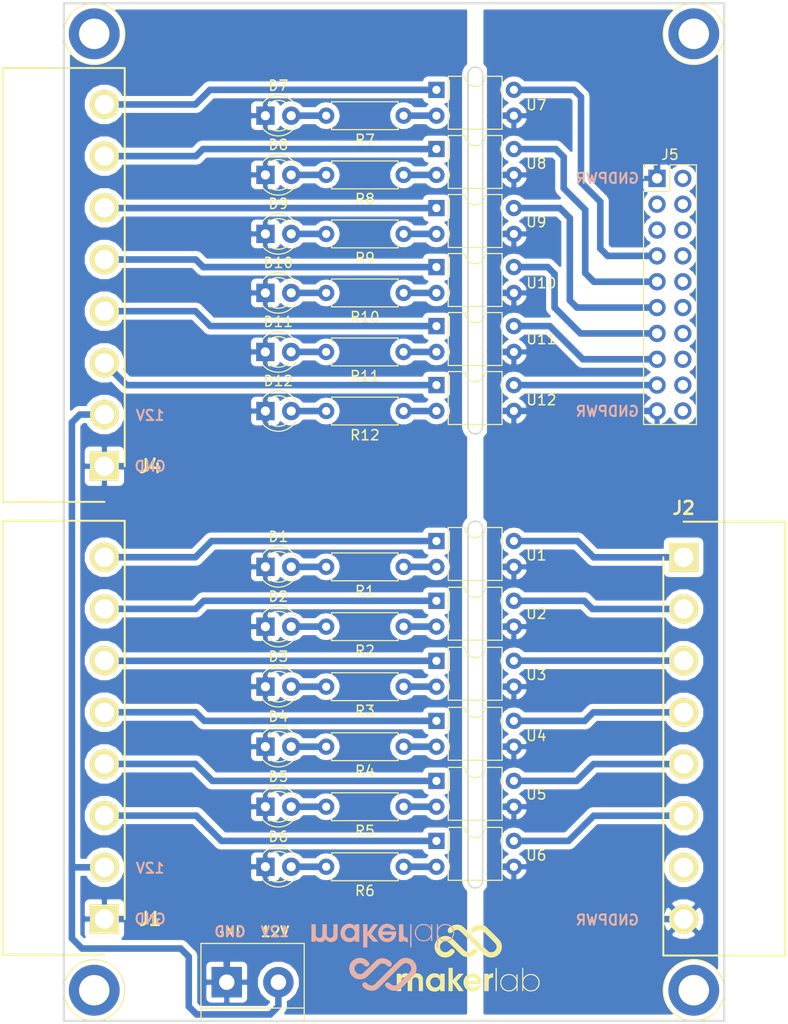
<source format=kicad_pcb>
(kicad_pcb (version 20171130) (host pcbnew "(5.0.0-3-g5ebb6b6)")
  (layers (0 F.Cu signal) (31 B.Cu signal) (34 B.Paste user hide) (35 F.Paste user hide) (36 B.SilkS user) (37 F.SilkS user) (38 B.Mask user) (39 F.Mask user hide) (44 Edge.Cuts user))
  (net 0 "")
  (net 1 "Net-(D1-Pad2)")
  (net 2 GND)
  (net 3 "Net-(D2-Pad2)")
  (net 4 "Net-(D3-Pad2)")
  (net 5 "Net-(D4-Pad2)")
  (net 6 "Net-(D5-Pad2)")
  (net 7 "Net-(D6-Pad2)")
  (net 8 "Net-(D7-Pad2)")
  (net 9 "Net-(D8-Pad2)")
  (net 10 "Net-(D9-Pad2)")
  (net 11 "Net-(D10-Pad2)")
  (net 12 "Net-(D11-Pad2)")
  (net 13 "Net-(D12-Pad2)")
  (net 14 +12V)
  (net 15 SIG6)
  (net 16 SIG5)
  (net 17 SIG4)
  (net 18 SIG3)
  (net 19 SIG2)
  (net 20 SIG1)
  (net 21 CMD1)
  (net 22 CMD2)
  (net 23 CMD3)
  (net 24 CMD4)
  (net 25 CMD5)
  (net 26 CMD6)
  (net 27 GNDPWR)
  (net 28 SIG7)
  (net 29 SIG8)
  (net 30 SIG9)
  (net 31 SIG10)
  (net 32 SIG11)
  (net 33 SIG12)
  (net 34 "Net-(J5-Pad2)")
  (net 35 "Net-(J5-Pad3)")
  (net 36 CMD7)
  (net 37 CMD8)
  (net 38 CMD9)
  (net 39 CMD10)
  (net 40 CMD11)
  (net 41 CMD12)
  (net 42 "Net-(J5-Pad12)")
  (net 43 "Net-(J5-Pad14)")
  (net 44 "Net-(J5-Pad16)")
  (net 45 "Net-(J5-Pad18)")
  (net 46 "Net-(J5-Pad20)")
  (net 47 "Net-(R1-Pad1)")
  (net 48 "Net-(R2-Pad1)")
  (net 49 "Net-(R3-Pad1)")
  (net 50 "Net-(R4-Pad1)")
  (net 51 "Net-(R5-Pad1)")
  (net 52 "Net-(R6-Pad1)")
  (net 53 "Net-(R7-Pad1)")
  (net 54 "Net-(R8-Pad1)")
  (net 55 "Net-(R9-Pad1)")
  (net 56 "Net-(R10-Pad1)")
  (net 57 "Net-(R11-Pad1)")
  (net 58 "Net-(R12-Pad1)")
  (net 59 "Net-(J5-Pad4)")
  (net 60 "Net-(J5-Pad5)")
  (net 61 "Net-(J5-Pad6)")
  (net 62 "Net-(J5-Pad8)")
  (net 63 "Net-(J5-Pad10)")
  (net 64 "Net-(J2-Pad7)")
  (module "Logo in KiCAD:MAKERLAB_1500" (layer B.Cu) (at 76.4 123.8)
    (fp_text reference G*** hide)
    (fp_text value LOGO hide)
  )
  (module "Logo in KiCAD:MAKERLAB_1500" (layer F.Cu) (at 84.8 123.8)
    (fp_text reference G*** hide)
    (fp_text value LOGO hide)
  )
  (module LED_THT:LED_D3.0mm (layer F.Cu) (at 64.845 85.39)
    (fp_text reference D1 (at 1.27 -2.96) (layer F.SilkS))
    (fp_text value LED_ALT)
    (pad 2 thru_hole circle (at 2.54 0) (size 1.8 1.8) (drill 0.9) (layers *.Cu *.Mask) (net 1 "Net-(D1-Pad2)"))
    (pad 1 thru_hole rect (at 0 0) (size 1.8 1.8) (drill 0.9) (layers *.Cu *.Mask) (net 2 GND))
  )
  (module LED_THT:LED_D3.0mm (layer F.Cu) (at 64.845 91.265)
    (fp_text reference D2 (at 1.27 -2.96) (layer F.SilkS))
    (fp_text value LED_ALT)
    (pad 2 thru_hole circle (at 2.54 0) (size 1.8 1.8) (drill 0.9) (layers *.Cu *.Mask) (net 3 "Net-(D2-Pad2)"))
    (pad 1 thru_hole rect (at 0 0) (size 1.8 1.8) (drill 0.9) (layers *.Cu *.Mask) (net 2 GND))
  )
  (module LED_THT:LED_D3.0mm (layer F.Cu) (at 64.845 97.165)
    (fp_text reference D3 (at 1.27 -2.96) (layer F.SilkS))
    (fp_text value LED_ALT)
    (pad 2 thru_hole circle (at 2.54 0) (size 1.8 1.8) (drill 0.9) (layers *.Cu *.Mask) (net 4 "Net-(D3-Pad2)"))
    (pad 1 thru_hole rect (at 0 0) (size 1.8 1.8) (drill 0.9) (layers *.Cu *.Mask) (net 2 GND))
  )
  (module LED_THT:LED_D3.0mm (layer F.Cu) (at 64.845 103.065)
    (fp_text reference D4 (at 1.27 -2.96) (layer F.SilkS))
    (fp_text value LED_ALT)
    (pad 1 thru_hole rect (at 0 0) (size 1.8 1.8) (drill 0.9) (layers *.Cu *.Mask) (net 2 GND))
    (pad 2 thru_hole circle (at 2.54 0) (size 1.8 1.8) (drill 0.9) (layers *.Cu *.Mask) (net 5 "Net-(D4-Pad2)"))
  )
  (module LED_THT:LED_D3.0mm (layer F.Cu) (at 64.845 108.965)
    (fp_text reference D5 (at 1.27 -2.96) (layer F.SilkS))
    (fp_text value LED_ALT)
    (pad 1 thru_hole rect (at 0 0) (size 1.8 1.8) (drill 0.9) (layers *.Cu *.Mask) (net 2 GND))
    (pad 2 thru_hole circle (at 2.54 0) (size 1.8 1.8) (drill 0.9) (layers *.Cu *.Mask) (net 6 "Net-(D5-Pad2)"))
  )
  (module LED_THT:LED_D3.0mm (layer F.Cu) (at 64.845 114.865)
    (fp_text reference D6 (at 1.27 -2.96) (layer F.SilkS))
    (fp_text value LED_ALT)
    (pad 2 thru_hole circle (at 2.54 0) (size 1.8 1.8) (drill 0.9) (layers *.Cu *.Mask) (net 7 "Net-(D6-Pad2)"))
    (pad 1 thru_hole rect (at 0 0) (size 1.8 1.8) (drill 0.9) (layers *.Cu *.Mask) (net 2 GND))
  )
  (module LED_THT:LED_D3.0mm (layer F.Cu) (at 64.845 41.045)
    (fp_text reference D7 (at 1.27 -2.96) (layer F.SilkS))
    (fp_text value LED_ALT)
    (pad 1 thru_hole rect (at 0 0) (size 1.8 1.8) (drill 0.9) (layers *.Cu *.Mask) (net 2 GND))
    (pad 2 thru_hole circle (at 2.54 0) (size 1.8 1.8) (drill 0.9) (layers *.Cu *.Mask) (net 8 "Net-(D7-Pad2)"))
  )
  (module LED_THT:LED_D3.0mm (layer F.Cu) (at 64.845 46.865)
    (fp_text reference D8 (at 1.27 -2.96) (layer F.SilkS))
    (fp_text value LED_ALT)
    (pad 1 thru_hole rect (at 0 0) (size 1.8 1.8) (drill 0.9) (layers *.Cu *.Mask) (net 2 GND))
    (pad 2 thru_hole circle (at 2.54 0) (size 1.8 1.8) (drill 0.9) (layers *.Cu *.Mask) (net 9 "Net-(D8-Pad2)"))
  )
  (module LED_THT:LED_D3.0mm (layer F.Cu) (at 64.845 52.665)
    (fp_text reference D9 (at 1.27 -2.96) (layer F.SilkS))
    (fp_text value LED_ALT)
    (pad 2 thru_hole circle (at 2.54 0) (size 1.8 1.8) (drill 0.9) (layers *.Cu *.Mask) (net 10 "Net-(D9-Pad2)"))
    (pad 1 thru_hole rect (at 0 0) (size 1.8 1.8) (drill 0.9) (layers *.Cu *.Mask) (net 2 GND))
  )
  (module LED_THT:LED_D3.0mm (layer F.Cu) (at 64.845 58.465)
    (fp_text reference D10 (at 1.27 -2.96) (layer F.SilkS))
    (fp_text value LED_ALT)
    (pad 1 thru_hole rect (at 0 0) (size 1.8 1.8) (drill 0.9) (layers *.Cu *.Mask) (net 2 GND))
    (pad 2 thru_hole circle (at 2.54 0) (size 1.8 1.8) (drill 0.9) (layers *.Cu *.Mask) (net 11 "Net-(D10-Pad2)"))
  )
  (module LED_THT:LED_D3.0mm (layer F.Cu) (at 64.835 64.265)
    (fp_text reference D11 (at 1.27 -2.96) (layer F.SilkS))
    (fp_text value LED_ALT)
    (pad 2 thru_hole circle (at 2.54 0) (size 1.8 1.8) (drill 0.9) (layers *.Cu *.Mask) (net 12 "Net-(D11-Pad2)"))
    (pad 1 thru_hole rect (at 0 0) (size 1.8 1.8) (drill 0.9) (layers *.Cu *.Mask) (net 2 GND))
  )
  (module LED_THT:LED_D3.0mm (layer F.Cu) (at 64.845 70.075)
    (fp_text reference D12 (at 1.27 -2.96) (layer F.SilkS))
    (fp_text value LED_ALT)
    (pad 1 thru_hole rect (at 0 0) (size 1.8 1.8) (drill 0.9) (layers *.Cu *.Mask) (net 2 GND))
    (pad 2 thru_hole circle (at 2.54 0) (size 1.8 1.8) (drill 0.9) (layers *.Cu *.Mask) (net 13 "Net-(D12-Pad2)"))
  )
  (module TerminalBlock:TerminalBlock_bornier-2_P5.08mm (layer F.Cu) (at 63.5 126.2)
    (fp_text reference J3 hide)
    (fp_text value Conn_01x02_Female)
    (pad 1 thru_hole rect (at -2.46 0.01) (size 3 3) (drill 1.52) (layers *.Cu *.Mask) (net 2 GND))
    (pad 2 thru_hole circle (at 2.62 0.01) (size 3 3) (drill 1.52) (layers *.Cu *.Mask) (net 14 +12V))
  )
  (module Resistor_THT:R_Axial_DIN0207_L6.3mm_D2.5mm_P7.62mm_Horizontal (layer F.Cu) (at 78.445 85.39 180)
    (fp_text reference R1 (at 3.81 -2.37 180) (layer F.SilkS))
    (fp_text value 10K)
    (pad 1 thru_hole circle (at 0 0 180) (size 1.6 1.6) (drill 0.8) (layers *.Cu *.Mask) (net 47 "Net-(R1-Pad1)"))
    (pad 2 thru_hole oval (at 7.62 0 180) (size 1.6 1.6) (drill 0.8) (layers *.Cu *.Mask) (net 1 "Net-(D1-Pad2)"))
  )
  (module Resistor_THT:R_Axial_DIN0207_L6.3mm_D2.5mm_P7.62mm_Horizontal (layer F.Cu) (at 78.445 91.265 180)
    (fp_text reference R2 (at 3.81 -2.37 180) (layer F.SilkS))
    (fp_text value 10K)
    (pad 2 thru_hole oval (at 7.62 0 180) (size 1.6 1.6) (drill 0.8) (layers *.Cu *.Mask) (net 3 "Net-(D2-Pad2)"))
    (pad 1 thru_hole circle (at 0 0 180) (size 1.6 1.6) (drill 0.8) (layers *.Cu *.Mask) (net 48 "Net-(R2-Pad1)"))
  )
  (module Resistor_THT:R_Axial_DIN0207_L6.3mm_D2.5mm_P7.62mm_Horizontal (layer F.Cu) (at 78.445 97.165 180)
    (fp_text reference R3 (at 3.81 -2.37 180) (layer F.SilkS))
    (fp_text value 10K)
    (pad 1 thru_hole circle (at 0 0 180) (size 1.6 1.6) (drill 0.8) (layers *.Cu *.Mask) (net 49 "Net-(R3-Pad1)"))
    (pad 2 thru_hole oval (at 7.62 0 180) (size 1.6 1.6) (drill 0.8) (layers *.Cu *.Mask) (net 4 "Net-(D3-Pad2)"))
  )
  (module Resistor_THT:R_Axial_DIN0207_L6.3mm_D2.5mm_P7.62mm_Horizontal (layer F.Cu) (at 78.445 103.065 180)
    (fp_text reference R4 (at 3.81 -2.37 180) (layer F.SilkS))
    (fp_text value 10K)
    (pad 1 thru_hole circle (at 0 0 180) (size 1.6 1.6) (drill 0.8) (layers *.Cu *.Mask) (net 50 "Net-(R4-Pad1)"))
    (pad 2 thru_hole oval (at 7.62 0 180) (size 1.6 1.6) (drill 0.8) (layers *.Cu *.Mask) (net 5 "Net-(D4-Pad2)"))
  )
  (module Resistor_THT:R_Axial_DIN0207_L6.3mm_D2.5mm_P7.62mm_Horizontal (layer F.Cu) (at 78.445 108.965 180)
    (fp_text reference R5 (at 3.81 -2.37 180) (layer F.SilkS))
    (fp_text value 10K)
    (pad 2 thru_hole oval (at 7.62 0 180) (size 1.6 1.6) (drill 0.8) (layers *.Cu *.Mask) (net 6 "Net-(D5-Pad2)"))
    (pad 1 thru_hole circle (at 0 0 180) (size 1.6 1.6) (drill 0.8) (layers *.Cu *.Mask) (net 51 "Net-(R5-Pad1)"))
  )
  (module Resistor_THT:R_Axial_DIN0207_L6.3mm_D2.5mm_P7.62mm_Horizontal (layer F.Cu) (at 78.445 114.865 180)
    (fp_text reference R6 (at 3.81 -2.37 180) (layer F.SilkS))
    (fp_text value 10K)
    (pad 2 thru_hole oval (at 7.62 0 180) (size 1.6 1.6) (drill 0.8) (layers *.Cu *.Mask) (net 7 "Net-(D6-Pad2)"))
    (pad 1 thru_hole circle (at 0 0 180) (size 1.6 1.6) (drill 0.8) (layers *.Cu *.Mask) (net 52 "Net-(R6-Pad1)"))
  )
  (module Resistor_THT:R_Axial_DIN0207_L6.3mm_D2.5mm_P7.62mm_Horizontal (layer F.Cu) (at 78.445 41.045 180)
    (fp_text reference R7 (at 3.81 -2.37 180) (layer F.SilkS))
    (fp_text value 10K)
    (pad 2 thru_hole oval (at 7.62 0 180) (size 1.6 1.6) (drill 0.8) (layers *.Cu *.Mask) (net 8 "Net-(D7-Pad2)"))
    (pad 1 thru_hole circle (at 0 0 180) (size 1.6 1.6) (drill 0.8) (layers *.Cu *.Mask) (net 53 "Net-(R7-Pad1)"))
  )
  (module Resistor_THT:R_Axial_DIN0207_L6.3mm_D2.5mm_P7.62mm_Horizontal (layer F.Cu) (at 78.445 46.865 180)
    (fp_text reference R8 (at 3.81 -2.37 180) (layer F.SilkS))
    (fp_text value 10K)
    (pad 2 thru_hole oval (at 7.62 0 180) (size 1.6 1.6) (drill 0.8) (layers *.Cu *.Mask) (net 9 "Net-(D8-Pad2)"))
    (pad 1 thru_hole circle (at 0 0 180) (size 1.6 1.6) (drill 0.8) (layers *.Cu *.Mask) (net 54 "Net-(R8-Pad1)"))
  )
  (module Resistor_THT:R_Axial_DIN0207_L6.3mm_D2.5mm_P7.62mm_Horizontal (layer F.Cu) (at 78.445 52.665 180)
    (fp_text reference R9 (at 3.81 -2.37 180) (layer F.SilkS))
    (fp_text value 10K)
    (pad 2 thru_hole oval (at 7.62 0 180) (size 1.6 1.6) (drill 0.8) (layers *.Cu *.Mask) (net 10 "Net-(D9-Pad2)"))
    (pad 1 thru_hole circle (at 0 0 180) (size 1.6 1.6) (drill 0.8) (layers *.Cu *.Mask) (net 55 "Net-(R9-Pad1)"))
  )
  (module Resistor_THT:R_Axial_DIN0207_L6.3mm_D2.5mm_P7.62mm_Horizontal (layer F.Cu) (at 78.445 58.465 180)
    (fp_text reference R10 (at 3.81 -2.37 180) (layer F.SilkS))
    (fp_text value 10K)
    (pad 1 thru_hole circle (at 0 0 180) (size 1.6 1.6) (drill 0.8) (layers *.Cu *.Mask) (net 56 "Net-(R10-Pad1)"))
    (pad 2 thru_hole oval (at 7.62 0 180) (size 1.6 1.6) (drill 0.8) (layers *.Cu *.Mask) (net 11 "Net-(D10-Pad2)"))
  )
  (module Resistor_THT:R_Axial_DIN0207_L6.3mm_D2.5mm_P7.62mm_Horizontal (layer F.Cu) (at 78.435 64.265 180)
    (fp_text reference R11 (at 3.81 -2.37 180) (layer F.SilkS))
    (fp_text value 10K)
    (pad 2 thru_hole oval (at 7.62 0 180) (size 1.6 1.6) (drill 0.8) (layers *.Cu *.Mask) (net 12 "Net-(D11-Pad2)"))
    (pad 1 thru_hole circle (at 0 0 180) (size 1.6 1.6) (drill 0.8) (layers *.Cu *.Mask) (net 57 "Net-(R11-Pad1)"))
  )
  (module Resistor_THT:R_Axial_DIN0207_L6.3mm_D2.5mm_P7.62mm_Horizontal (layer F.Cu) (at 78.445 70.075 180)
    (fp_text reference R12 (at 3.81 -2.37 180) (layer F.SilkS))
    (fp_text value 10K)
    (pad 1 thru_hole circle (at 0 0 180) (size 1.6 1.6) (drill 0.8) (layers *.Cu *.Mask) (net 58 "Net-(R12-Pad1)"))
    (pad 2 thru_hole oval (at 7.62 0 180) (size 1.6 1.6) (drill 0.8) (layers *.Cu *.Mask) (net 13 "Net-(D12-Pad2)"))
  )
  (module Package_DIP:DIP-4_W7.62mm (layer F.Cu) (at 81.675 82.85)
    (fp_text reference U1 (at 9.825 1.4) (layer F.SilkS))
    (fp_text value LTV-817)
    (pad 1 thru_hole rect (at 0 0) (size 1.6 1.6) (drill 0.8) (layers *.Cu *.Mask) (net 20 SIG1))
    (pad 3 thru_hole oval (at 7.62 2.54) (size 1.6 1.6) (drill 0.8) (layers *.Cu *.Mask) (net 27 GNDPWR))
    (pad 2 thru_hole oval (at 0 2.54) (size 1.6 1.6) (drill 0.8) (layers *.Cu *.Mask) (net 47 "Net-(R1-Pad1)"))
    (pad 4 thru_hole oval (at 7.62 0) (size 1.6 1.6) (drill 0.8) (layers *.Cu *.Mask) (net 21 CMD1))
  )
  (module Package_DIP:DIP-4_W7.62mm (layer F.Cu) (at 81.675 88.725)
    (fp_text reference U2 (at 9.825 1.275) (layer F.SilkS))
    (fp_text value LTV-817)
    (pad 4 thru_hole oval (at 7.62 0) (size 1.6 1.6) (drill 0.8) (layers *.Cu *.Mask) (net 22 CMD2))
    (pad 2 thru_hole oval (at 0 2.54) (size 1.6 1.6) (drill 0.8) (layers *.Cu *.Mask) (net 48 "Net-(R2-Pad1)"))
    (pad 3 thru_hole oval (at 7.62 2.54) (size 1.6 1.6) (drill 0.8) (layers *.Cu *.Mask) (net 27 GNDPWR))
    (pad 1 thru_hole rect (at 0 0) (size 1.6 1.6) (drill 0.8) (layers *.Cu *.Mask) (net 19 SIG2))
  )
  (module Package_DIP:DIP-4_W7.62mm (layer F.Cu) (at 81.675 94.625)
    (fp_text reference U3 (at 9.825 1.375) (layer F.SilkS))
    (fp_text value LTV-817)
    (pad 1 thru_hole rect (at 0 0) (size 1.6 1.6) (drill 0.8) (layers *.Cu *.Mask) (net 18 SIG3))
    (pad 3 thru_hole oval (at 7.62 2.54) (size 1.6 1.6) (drill 0.8) (layers *.Cu *.Mask) (net 27 GNDPWR))
    (pad 2 thru_hole oval (at 0 2.54) (size 1.6 1.6) (drill 0.8) (layers *.Cu *.Mask) (net 49 "Net-(R3-Pad1)"))
    (pad 4 thru_hole oval (at 7.62 0) (size 1.6 1.6) (drill 0.8) (layers *.Cu *.Mask) (net 23 CMD3))
  )
  (module Package_DIP:DIP-4_W7.62mm (layer F.Cu) (at 81.675 100.525)
    (fp_text reference U4 (at 9.825 1.475) (layer F.SilkS))
    (fp_text value LTV-817)
    (pad 1 thru_hole rect (at 0 0) (size 1.6 1.6) (drill 0.8) (layers *.Cu *.Mask) (net 17 SIG4))
    (pad 3 thru_hole oval (at 7.62 2.54) (size 1.6 1.6) (drill 0.8) (layers *.Cu *.Mask) (net 27 GNDPWR))
    (pad 2 thru_hole oval (at 0 2.54) (size 1.6 1.6) (drill 0.8) (layers *.Cu *.Mask) (net 50 "Net-(R4-Pad1)"))
    (pad 4 thru_hole oval (at 7.62 0) (size 1.6 1.6) (drill 0.8) (layers *.Cu *.Mask) (net 24 CMD4))
  )
  (module Package_DIP:DIP-4_W7.62mm (layer F.Cu) (at 81.675 106.425)
    (fp_text reference U5 (at 9.825 1.325) (layer F.SilkS))
    (fp_text value LTV-817)
    (pad 4 thru_hole oval (at 7.62 0) (size 1.6 1.6) (drill 0.8) (layers *.Cu *.Mask) (net 25 CMD5))
    (pad 2 thru_hole oval (at 0 2.54) (size 1.6 1.6) (drill 0.8) (layers *.Cu *.Mask) (net 51 "Net-(R5-Pad1)"))
    (pad 3 thru_hole oval (at 7.62 2.54) (size 1.6 1.6) (drill 0.8) (layers *.Cu *.Mask) (net 27 GNDPWR))
    (pad 1 thru_hole rect (at 0 0) (size 1.6 1.6) (drill 0.8) (layers *.Cu *.Mask) (net 16 SIG5))
  )
  (module Package_DIP:DIP-4_W7.62mm (layer F.Cu) (at 81.675 112.325)
    (fp_text reference U6 (at 9.825 1.425) (layer F.SilkS))
    (fp_text value LTV-817)
    (pad 4 thru_hole oval (at 7.62 0) (size 1.6 1.6) (drill 0.8) (layers *.Cu *.Mask) (net 26 CMD6))
    (pad 2 thru_hole oval (at 0 2.54) (size 1.6 1.6) (drill 0.8) (layers *.Cu *.Mask) (net 52 "Net-(R6-Pad1)"))
    (pad 3 thru_hole oval (at 7.62 2.54) (size 1.6 1.6) (drill 0.8) (layers *.Cu *.Mask) (net 27 GNDPWR))
    (pad 1 thru_hole rect (at 0 0) (size 1.6 1.6) (drill 0.8) (layers *.Cu *.Mask) (net 15 SIG6))
  )
  (module Package_DIP:DIP-4_W7.62mm (layer F.Cu) (at 81.675 38.505)
    (fp_text reference U7 (at 9.825 1.495) (layer F.SilkS))
    (fp_text value LTV-817)
    (pad 1 thru_hole rect (at 0 0) (size 1.6 1.6) (drill 0.8) (layers *.Cu *.Mask) (net 28 SIG7))
    (pad 3 thru_hole oval (at 7.62 2.54) (size 1.6 1.6) (drill 0.8) (layers *.Cu *.Mask) (net 27 GNDPWR))
    (pad 2 thru_hole oval (at 0 2.54) (size 1.6 1.6) (drill 0.8) (layers *.Cu *.Mask) (net 53 "Net-(R7-Pad1)"))
    (pad 4 thru_hole oval (at 7.62 0) (size 1.6 1.6) (drill 0.8) (layers *.Cu *.Mask) (net 36 CMD7))
  )
  (module Package_DIP:DIP-4_W7.62mm (layer F.Cu) (at 81.675 44.325)
    (fp_text reference U8 (at 9.825 1.425) (layer F.SilkS))
    (fp_text value LTV-817)
    (pad 1 thru_hole rect (at 0 0) (size 1.6 1.6) (drill 0.8) (layers *.Cu *.Mask) (net 29 SIG8))
    (pad 3 thru_hole oval (at 7.62 2.54) (size 1.6 1.6) (drill 0.8) (layers *.Cu *.Mask) (net 27 GNDPWR))
    (pad 2 thru_hole oval (at 0 2.54) (size 1.6 1.6) (drill 0.8) (layers *.Cu *.Mask) (net 54 "Net-(R8-Pad1)"))
    (pad 4 thru_hole oval (at 7.62 0) (size 1.6 1.6) (drill 0.8) (layers *.Cu *.Mask) (net 37 CMD8))
  )
  (module Package_DIP:DIP-4_W7.62mm (layer F.Cu) (at 81.675 50.125)
    (fp_text reference U9 (at 9.825 1.375) (layer F.SilkS))
    (fp_text value LTV-817)
    (pad 4 thru_hole oval (at 7.62 0) (size 1.6 1.6) (drill 0.8) (layers *.Cu *.Mask) (net 38 CMD9))
    (pad 2 thru_hole oval (at 0 2.54) (size 1.6 1.6) (drill 0.8) (layers *.Cu *.Mask) (net 55 "Net-(R9-Pad1)"))
    (pad 3 thru_hole oval (at 7.62 2.54) (size 1.6 1.6) (drill 0.8) (layers *.Cu *.Mask) (net 27 GNDPWR))
    (pad 1 thru_hole rect (at 0 0) (size 1.6 1.6) (drill 0.8) (layers *.Cu *.Mask) (net 30 SIG9))
  )
  (module Package_DIP:DIP-4_W7.62mm (layer F.Cu) (at 81.675 55.925)
    (fp_text reference U10 (at 10.325 1.575) (layer F.SilkS))
    (fp_text value LTV-817)
    (pad 4 thru_hole oval (at 7.62 0) (size 1.6 1.6) (drill 0.8) (layers *.Cu *.Mask) (net 39 CMD10))
    (pad 2 thru_hole oval (at 0 2.54) (size 1.6 1.6) (drill 0.8) (layers *.Cu *.Mask) (net 56 "Net-(R10-Pad1)"))
    (pad 3 thru_hole oval (at 7.62 2.54) (size 1.6 1.6) (drill 0.8) (layers *.Cu *.Mask) (net 27 GNDPWR))
    (pad 1 thru_hole rect (at 0 0) (size 1.6 1.6) (drill 0.8) (layers *.Cu *.Mask) (net 31 SIG10))
  )
  (module Package_DIP:DIP-4_W7.62mm (layer F.Cu) (at 81.675 61.725)
    (fp_text reference U11 (at 10.325 1.275) (layer F.SilkS))
    (fp_text value LTV-817)
    (pad 1 thru_hole rect (at 0 0) (size 1.6 1.6) (drill 0.8) (layers *.Cu *.Mask) (net 32 SIG11))
    (pad 3 thru_hole oval (at 7.62 2.54) (size 1.6 1.6) (drill 0.8) (layers *.Cu *.Mask) (net 27 GNDPWR))
    (pad 2 thru_hole oval (at 0 2.54) (size 1.6 1.6) (drill 0.8) (layers *.Cu *.Mask) (net 57 "Net-(R11-Pad1)"))
    (pad 4 thru_hole oval (at 7.62 0) (size 1.6 1.6) (drill 0.8) (layers *.Cu *.Mask) (net 40 CMD11))
  )
  (module Package_DIP:DIP-4_W7.62mm (layer F.Cu) (at 81.675 67.525)
    (fp_text reference U12 (at 10.325 1.475) (layer F.SilkS))
    (fp_text value LTV-817)
    (pad 1 thru_hole rect (at 0 0) (size 1.6 1.6) (drill 0.8) (layers *.Cu *.Mask) (net 33 SIG12))
    (pad 3 thru_hole oval (at 7.62 2.54) (size 1.6 1.6) (drill 0.8) (layers *.Cu *.Mask) (net 27 GNDPWR))
    (pad 2 thru_hole oval (at 0 2.54) (size 1.6 1.6) (drill 0.8) (layers *.Cu *.Mask) (net 58 "Net-(R12-Pad1)"))
    (pad 4 thru_hole oval (at 7.62 0) (size 1.6 1.6) (drill 0.8) (layers *.Cu *.Mask) (net 41 CMD12))
  )
  (module Connector:Banana_Jack_1Pin (layer F.Cu) (at 107 33)
    (fp_text reference REF** hide)
    (fp_text value Banana_Jack_1Pin)
    (pad 2 thru_hole circle (at 0 0) (size 5 5) (drill 3) (layers *.Cu *.Mask))
  )
  (module Connector:Banana_Jack_1Pin (layer F.Cu) (at 48 33)
    (fp_text reference REF** hide)
    (fp_text value Banana_Jack_1Pin)
    (pad 1 thru_hole circle (at 0 0) (size 5 5) (drill 3) (layers *.Cu *.Mask))
  )
  (module Connector:Banana_Jack_1Pin (layer F.Cu) (at 107 127)
    (fp_text reference REF** hide)
    (fp_text value Banana_Jack_1Pin)
    (pad 3 thru_hole circle (at 0 0) (size 5 5) (drill 3) (layers *.Cu *.Mask))
  )
  (module Connector:Banana_Jack_1Pin (layer F.Cu) (at 48 127)
    (fp_text reference REF** hide)
    (fp_text value Banana_Jack_1Pin)
    (pad 4 thru_hole circle (at 0 0) (size 5 5) (drill 3) (layers *.Cu *.Mask))
  )
  (module Connector_PinHeader_2.54mm:PinHeader_2x10_P2.54mm_Vertical (layer F.Cu) (at 103.385 47.205)
    (fp_text reference J5 (at 1.27 -2.33) (layer F.SilkS))
    (fp_text value Conn_02x10_Odd_Even)
    (pad 1 thru_hole rect (at 0 0) (size 1.7 1.7) (drill 1) (layers *.Cu *.Mask) (net 27 GNDPWR))
    (pad 2 thru_hole oval (at 2.54 0) (size 1.7 1.7) (drill 1) (layers *.Cu *.Mask) (net 34 "Net-(J5-Pad2)"))
    (pad 3 thru_hole oval (at 0 2.54) (size 1.7 1.7) (drill 1) (layers *.Cu *.Mask) (net 35 "Net-(J5-Pad3)"))
    (pad 4 thru_hole oval (at 2.54 2.54) (size 1.7 1.7) (drill 1) (layers *.Cu *.Mask) (net 59 "Net-(J5-Pad4)"))
    (pad 5 thru_hole oval (at 0 5.08) (size 1.7 1.7) (drill 1) (layers *.Cu *.Mask) (net 60 "Net-(J5-Pad5)"))
    (pad 6 thru_hole oval (at 2.54 5.08) (size 1.7 1.7) (drill 1) (layers *.Cu *.Mask) (net 61 "Net-(J5-Pad6)"))
    (pad 7 thru_hole oval (at 0 7.62) (size 1.7 1.7) (drill 1) (layers *.Cu *.Mask) (net 36 CMD7))
    (pad 8 thru_hole oval (at 2.54 7.62) (size 1.7 1.7) (drill 1) (layers *.Cu *.Mask) (net 62 "Net-(J5-Pad8)"))
    (pad 9 thru_hole oval (at 0 10.16) (size 1.7 1.7) (drill 1) (layers *.Cu *.Mask) (net 37 CMD8))
    (pad 10 thru_hole oval (at 2.54 10.16) (size 1.7 1.7) (drill 1) (layers *.Cu *.Mask) (net 63 "Net-(J5-Pad10)"))
    (pad 11 thru_hole oval (at 0 12.7) (size 1.7 1.7) (drill 1) (layers *.Cu *.Mask) (net 38 CMD9))
    (pad 12 thru_hole oval (at 2.54 12.7) (size 1.7 1.7) (drill 1) (layers *.Cu *.Mask) (net 42 "Net-(J5-Pad12)"))
    (pad 13 thru_hole oval (at 0 15.24) (size 1.7 1.7) (drill 1) (layers *.Cu *.Mask) (net 39 CMD10))
    (pad 14 thru_hole oval (at 2.54 15.24) (size 1.7 1.7) (drill 1) (layers *.Cu *.Mask) (net 43 "Net-(J5-Pad14)"))
    (pad 15 thru_hole oval (at 0 17.78) (size 1.7 1.7) (drill 1) (layers *.Cu *.Mask) (net 40 CMD11))
    (pad 16 thru_hole oval (at 2.54 17.78) (size 1.7 1.7) (drill 1) (layers *.Cu *.Mask) (net 44 "Net-(J5-Pad16)"))
    (pad 17 thru_hole oval (at 0 20.32) (size 1.7 1.7) (drill 1) (layers *.Cu *.Mask) (net 41 CMD12))
    (pad 18 thru_hole oval (at 2.54 20.32) (size 1.7 1.7) (drill 1) (layers *.Cu *.Mask) (net 45 "Net-(J5-Pad18)"))
    (pad 19 thru_hole oval (at 0 22.86) (size 1.7 1.7) (drill 1) (layers *.Cu *.Mask) (net 27 GNDPWR))
    (pad 20 thru_hole oval (at 2.54 22.86) (size 1.7 1.7) (drill 1) (layers *.Cu *.Mask) (net 46 "Net-(J5-Pad20)"))
  )
  (module 1757307:SHDR8W120P0X508_1X8_4264X1200X860P (layer F.Cu) (at 49 120 90)
    (fp_text reference J1 (at 0 4.5 180) (layer F.SilkS) (effects (font (size 1.27 1.27) (thickness 0.254))))
    (fp_text value 691322110008 hide)
    (pad 1 thru_hole rect (at 0 0 180) (size 2.85 2.85) (drill 1.9) (layers *.Cu *.Mask F.SilkS) (net 2 GND))
    (pad 2 thru_hole circle (at 5.08 0 180) (size 2.85 2.85) (drill 1.9) (layers *.Cu *.Mask F.SilkS) (net 14 +12V))
    (pad 3 thru_hole circle (at 10.16 0 180) (size 2.85 2.85) (drill 1.9) (layers *.Cu *.Mask F.SilkS) (net 15 SIG6))
    (pad 4 thru_hole circle (at 15.24 0 180) (size 2.85 2.85) (drill 1.9) (layers *.Cu *.Mask F.SilkS) (net 16 SIG5))
    (pad 5 thru_hole circle (at 20.32 0 180) (size 2.85 2.85) (drill 1.9) (layers *.Cu *.Mask F.SilkS) (net 17 SIG4))
    (pad 6 thru_hole circle (at 25.4 0 180) (size 2.85 2.85) (drill 1.9) (layers *.Cu *.Mask F.SilkS) (net 18 SIG3))
    (pad 7 thru_hole circle (at 30.48 0 180) (size 2.85 2.85) (drill 1.9) (layers *.Cu *.Mask F.SilkS) (net 19 SIG2))
    (pad 8 thru_hole circle (at 35.56 0 180) (size 2.85 2.85) (drill 1.9) (layers *.Cu *.Mask F.SilkS) (net 20 SIG1))
  )
  (module 1757307:SHDR8W120P0X508_1X8_4264X1200X860P (layer F.Cu) (at 49 75.5 90)
    (fp_text reference J4 (at 0 4.5 180) (layer F.SilkS) (effects (font (size 1.27 1.27) (thickness 0.254))))
    (fp_text value 691322110008 hide)
    (pad 1 thru_hole rect (at 0 0 180) (size 2.85 2.85) (drill 1.9) (layers *.Cu *.Mask F.SilkS) (net 2 GND))
    (pad 2 thru_hole circle (at 5.08 0 180) (size 2.85 2.85) (drill 1.9) (layers *.Cu *.Mask F.SilkS) (net 14 +12V))
    (pad 3 thru_hole circle (at 10.16 0 180) (size 2.85 2.85) (drill 1.9) (layers *.Cu *.Mask F.SilkS) (net 33 SIG12))
    (pad 4 thru_hole circle (at 15.24 0 180) (size 2.85 2.85) (drill 1.9) (layers *.Cu *.Mask F.SilkS) (net 32 SIG11))
    (pad 5 thru_hole circle (at 20.32 0 180) (size 2.85 2.85) (drill 1.9) (layers *.Cu *.Mask F.SilkS) (net 31 SIG10))
    (pad 6 thru_hole circle (at 25.4 0 180) (size 2.85 2.85) (drill 1.9) (layers *.Cu *.Mask F.SilkS) (net 30 SIG9))
    (pad 7 thru_hole circle (at 30.48 0 180) (size 2.85 2.85) (drill 1.9) (layers *.Cu *.Mask F.SilkS) (net 29 SIG8))
    (pad 8 thru_hole circle (at 35.56 0 180) (size 2.85 2.85) (drill 1.9) (layers *.Cu *.Mask F.SilkS) (net 28 SIG7))
  )
  (module 1757307:SHDR8W120P0X508_1X8_4264X1200X860P (layer F.Cu) (at 106 84.45 270)
    (fp_text reference J2 (at -4.85 0) (layer F.SilkS) (effects (font (size 1.27 1.27) (thickness 0.254))))
    (fp_text value 691322110008 hide)
    (pad 1 thru_hole rect (at 0 0) (size 2.85 2.85) (drill 1.9) (layers *.Cu *.Mask F.SilkS) (net 21 CMD1))
    (pad 2 thru_hole circle (at 5.08 0) (size 2.85 2.85) (drill 1.9) (layers *.Cu *.Mask F.SilkS) (net 22 CMD2))
    (pad 3 thru_hole circle (at 10.16 0) (size 2.85 2.85) (drill 1.9) (layers *.Cu *.Mask F.SilkS) (net 23 CMD3))
    (pad 4 thru_hole circle (at 15.24 0) (size 2.85 2.85) (drill 1.9) (layers *.Cu *.Mask F.SilkS) (net 24 CMD4))
    (pad 5 thru_hole circle (at 20.32 0) (size 2.85 2.85) (drill 1.9) (layers *.Cu *.Mask F.SilkS) (net 25 CMD5))
    (pad 6 thru_hole circle (at 25.4 0) (size 2.85 2.85) (drill 1.9) (layers *.Cu *.Mask F.SilkS) (net 26 CMD6))
    (pad 7 thru_hole circle (at 30.48 0) (size 2.85 2.85) (drill 1.9) (layers *.Cu *.Mask F.SilkS) (net 64 "Net-(J2-Pad7)"))
    (pad 8 thru_hole circle (at 35.56 0) (size 2.85 2.85) (drill 1.9) (layers *.Cu *.Mask F.SilkS) (net 27 GNDPWR))
  )
  (gr_arc (start 85.5 116.22) (end 84.78 116.22) (angle -180) (layer Edge.Cuts) (width 0.15))
  (gr_line (start 84.78 81.62) (end 84.78 116.22) (layer Edge.Cuts) (width 0.15))
  (gr_line (start 86.22 116.22) (end 86.22 81.62) (layer Edge.Cuts) (width 0.15))
  (gr_arc (start 85.5 81.62) (end 86.22 81.62) (angle -180) (layer Edge.Cuts) (width 0.15))
  (gr_arc (start 85.5 37) (end 86.22 37) (angle -180) (layer Edge.Cuts) (width 0.15))
  (gr_arc (start 85.5 71.6) (end 84.78 71.6) (angle -180) (layer Edge.Cuts) (width 0.15))
  (gr_line (start 86.22 71.6) (end 86.22 37) (layer Edge.Cuts) (width 0.15))
  (gr_line (start 84.78 37) (end 84.78 71.6) (layer Edge.Cuts) (width 0.15))
  (gr_text "12V  GND" (at 63.5 121.25) (layer B.SilkS) (effects (font (size 1 1) (thickness 0.2)) (justify mirror)))
  (gr_text GNDPWR (at 98.5 120.1) (layer B.SilkS) (effects (font (size 1 1) (thickness 0.2)) (justify mirror)))
  (gr_text GNDPWR (at 98.5 47.2) (layer B.SilkS) (effects (font (size 1 1) (thickness 0.2)) (justify mirror)))
  (gr_text GNDPWR (at 98.5 70.1) (layer B.SilkS) (effects (font (size 1 1) (thickness 0.2)) (justify mirror)))
  (gr_text GND (at 53.5 75.5) (layer B.SilkS) (effects (font (size 1 1) (thickness 0.2)) (justify mirror)))
  (gr_text 12V (at 53.5 70.5) (layer B.SilkS) (effects (font (size 1 1) (thickness 0.2)) (justify mirror)))
  (gr_text 12V (at 53.5 115) (layer B.SilkS) (effects (font (size 1 1) (thickness 0.2)) (justify mirror)))
  (gr_text GND (at 53.5 120) (layer B.SilkS) (effects (font (size 1 1) (thickness 0.2)) (justify mirror)))
  (gr_text "GND  12V" (at 63.5 121.25) (layer F.SilkS) (effects (font (size 1 1) (thickness 0.2))))
  (gr_line (start 45 130) (end 45 30) (layer Edge.Cuts) (width 0.2))
  (gr_line (start 110 130) (end 45 130) (layer Edge.Cuts) (width 0.2))
  (gr_line (start 110 30) (end 110 130) (layer Edge.Cuts) (width 0.2))
  (gr_line (start 45 30) (end 110 30) (layer Edge.Cuts) (width 0.2))
  (segment (start 67.385 85.39) (end 70.825 85.39) (width 0.65) (layer B.Cu) (net 1))
  (segment (start 63.8 120) (end 64.845 118.955) (width 0.65) (layer B.Cu) (net 2))
  (segment (start 64.845 118.955) (end 64.845 114.865) (width 0.65) (layer B.Cu) (net 2))
  (segment (start 61.04 120.04) (end 61 120) (width 0.65) (layer B.Cu) (net 2))
  (segment (start 61.04 126.21) (end 61.04 120.04) (width 0.65) (layer B.Cu) (net 2))
  (segment (start 61 120) (end 63.8 120) (width 0.65) (layer B.Cu) (net 2))
  (segment (start 49 120) (end 61 120) (width 0.65) (layer B.Cu) (net 2))
  (segment (start 64.845 74.655) (end 64.845 70.075) (width 0.65) (layer B.Cu) (net 2))
  (segment (start 64 75.5) (end 64.845 74.655) (width 0.65) (layer B.Cu) (net 2))
  (segment (start 49 75.5) (end 64 75.5) (width 0.65) (layer B.Cu) (net 2))
  (segment (start 67.385 91.265) (end 70.825 91.265) (width 0.65) (layer B.Cu) (net 3))
  (segment (start 67.385 97.165) (end 70.825 97.165) (width 0.65) (layer B.Cu) (net 4))
  (segment (start 70.825 103.065) (end 67.385 103.065) (width 0.65) (layer B.Cu) (net 5))
  (segment (start 70.825 108.965) (end 67.385 108.965) (width 0.65) (layer B.Cu) (net 6))
  (segment (start 67.385 114.865) (end 70.825 114.865) (width 0.65) (layer B.Cu) (net 7))
  (segment (start 70.825 41.045) (end 67.385 41.045) (width 0.65) (layer B.Cu) (net 8))
  (segment (start 70.825 46.865) (end 67.385 46.865) (width 0.65) (layer B.Cu) (net 9))
  (segment (start 67.385 52.665) (end 70.825 52.665) (width 0.65) (layer B.Cu) (net 10))
  (segment (start 67.385 58.465) (end 70.825 58.465) (width 0.65) (layer B.Cu) (net 11))
  (segment (start 67.375 64.265) (end 70.815 64.265) (width 0.65) (layer B.Cu) (net 12))
  (segment (start 67.385 70.075) (end 70.825 70.075) (width 0.65) (layer B.Cu) (net 13))
  (segment (start 65.32501 129.37499) (end 66.12 128.58) (width 0.65) (layer B.Cu) (net 14))
  (segment (start 58.07499 129.37499) (end 65.32501 129.37499) (width 0.65) (layer B.Cu) (net 14))
  (segment (start 57.3 128.6) (end 58.07499 129.37499) (width 0.65) (layer B.Cu) (net 14))
  (segment (start 45.8 121.9) (end 46.8 122.9) (width 0.65) (layer B.Cu) (net 14))
  (segment (start 66.12 128.58) (end 66.12 126.21) (width 0.65) (layer B.Cu) (net 14))
  (segment (start 46.8 122.9) (end 56.5 122.9) (width 0.65) (layer B.Cu) (net 14))
  (segment (start 46.58 70.42) (end 45.8 71.2) (width 0.65) (layer B.Cu) (net 14))
  (segment (start 57.3 123.7) (end 57.3 128.6) (width 0.65) (layer B.Cu) (net 14))
  (segment (start 56.5 122.9) (end 57.3 123.7) (width 0.65) (layer B.Cu) (net 14))
  (segment (start 49 70.42) (end 46.58 70.42) (width 0.65) (layer B.Cu) (net 14))
  (segment (start 45.82 114.92) (end 45.8 114.9) (width 0.65) (layer B.Cu) (net 14))
  (segment (start 45.8 114.9) (end 45.8 121.9) (width 0.65) (layer B.Cu) (net 14))
  (segment (start 49 114.92) (end 45.82 114.92) (width 0.65) (layer B.Cu) (net 14))
  (segment (start 45.8 71.2) (end 45.8 114.9) (width 0.65) (layer B.Cu) (net 14))
  (segment (start 60.525 112.325) (end 81.675 112.325) (width 0.65) (layer B.Cu) (net 15))
  (segment (start 58.04 109.84) (end 60.525 112.325) (width 0.65) (layer B.Cu) (net 15))
  (segment (start 49 109.84) (end 58.04 109.84) (width 0.65) (layer B.Cu) (net 15))
  (segment (start 57.96 104.76) (end 49 104.76) (width 0.65) (layer B.Cu) (net 16))
  (segment (start 59.625 106.425) (end 57.96 104.76) (width 0.65) (layer B.Cu) (net 16))
  (segment (start 81.675 106.425) (end 59.625 106.425) (width 0.65) (layer B.Cu) (net 16))
  (segment (start 57.98 99.68) (end 49 99.68) (width 0.65) (layer B.Cu) (net 17))
  (segment (start 58.825 100.525) (end 57.98 99.68) (width 0.65) (layer B.Cu) (net 17))
  (segment (start 81.675 100.525) (end 58.825 100.525) (width 0.65) (layer B.Cu) (net 17))
  (segment (start 49.025 94.625) (end 49 94.6) (width 0.65) (layer B.Cu) (net 18))
  (segment (start 81.675 94.625) (end 49.025 94.625) (width 0.65) (layer B.Cu) (net 18))
  (segment (start 57.98 89.52) (end 49 89.52) (width 0.65) (layer B.Cu) (net 19))
  (segment (start 58.775 88.725) (end 57.98 89.52) (width 0.65) (layer B.Cu) (net 19))
  (segment (start 81.675 88.725) (end 58.775 88.725) (width 0.65) (layer B.Cu) (net 19))
  (segment (start 59.55 82.85) (end 81.675 82.85) (width 0.65) (layer B.Cu) (net 20))
  (segment (start 57.96 84.44) (end 59.55 82.85) (width 0.65) (layer B.Cu) (net 20))
  (segment (start 49 84.44) (end 57.96 84.44) (width 0.65) (layer B.Cu) (net 20))
  (segment (start 95.55 82.85) (end 89.295 82.85) (width 0.65) (layer B.Cu) (net 21))
  (segment (start 97.15 84.45) (end 95.55 82.85) (width 0.65) (layer B.Cu) (net 21))
  (segment (start 106 84.45) (end 97.15 84.45) (width 0.65) (layer B.Cu) (net 21))
  (segment (start 96.225 88.725) (end 89.295 88.725) (width 0.65) (layer B.Cu) (net 22))
  (segment (start 97.03 89.53) (end 96.225 88.725) (width 0.65) (layer B.Cu) (net 22))
  (segment (start 106 89.53) (end 97.03 89.53) (width 0.65) (layer B.Cu) (net 22))
  (segment (start 89.31 94.61) (end 89.295 94.625) (width 0.65) (layer B.Cu) (net 23))
  (segment (start 106 94.61) (end 89.31 94.61) (width 0.65) (layer B.Cu) (net 23))
  (segment (start 97.11 99.69) (end 106 99.69) (width 0.65) (layer B.Cu) (net 24))
  (segment (start 96.275 100.525) (end 97.11 99.69) (width 0.65) (layer B.Cu) (net 24))
  (segment (start 89.295 100.525) (end 96.275 100.525) (width 0.65) (layer B.Cu) (net 24))
  (segment (start 95.475 106.425) (end 89.295 106.425) (width 0.65) (layer B.Cu) (net 25))
  (segment (start 97.13 104.77) (end 95.475 106.425) (width 0.65) (layer B.Cu) (net 25))
  (segment (start 106 104.77) (end 97.13 104.77) (width 0.65) (layer B.Cu) (net 25))
  (segment (start 94.675 112.325) (end 89.295 112.325) (width 0.65) (layer B.Cu) (net 26))
  (segment (start 97.15 109.85) (end 94.675 112.325) (width 0.65) (layer B.Cu) (net 26))
  (segment (start 106 109.85) (end 97.15 109.85) (width 0.65) (layer B.Cu) (net 26))
  (segment (start 87.015 46.865) (end 86.975 46.825) (width 0.65) (layer B.Cu) (net 27))
  (segment (start 89.295 108.965) (end 87.015 108.965) (width 0.65) (layer B.Cu) (net 27))
  (segment (start 87.015 108.965) (end 86.975 108.925) (width 0.65) (layer B.Cu) (net 27))
  (segment (start 86.975 64.225) (end 86.975 58.425) (width 0.65) (layer B.Cu) (net 27))
  (segment (start 89.295 64.265) (end 87.015 64.265) (width 0.65) (layer B.Cu) (net 27))
  (segment (start 87.015 64.265) (end 86.975 64.225) (width 0.65) (layer B.Cu) (net 27))
  (segment (start 87.015 58.465) (end 86.975 58.425) (width 0.65) (layer B.Cu) (net 27))
  (segment (start 86.975 58.425) (end 86.975 52.625) (width 0.65) (layer B.Cu) (net 27))
  (segment (start 89.295 58.465) (end 87.015 58.465) (width 0.65) (layer B.Cu) (net 27))
  (segment (start 86.975 52.625) (end 86.975 46.825) (width 0.65) (layer B.Cu) (net 27))
  (segment (start 89.295 52.665) (end 87.015 52.665) (width 0.65) (layer B.Cu) (net 27))
  (segment (start 87.015 52.665) (end 86.975 52.625) (width 0.65) (layer B.Cu) (net 27))
  (segment (start 89.295 46.865) (end 87.015 46.865) (width 0.65) (layer B.Cu) (net 27))
  (segment (start 86.975 103.025) (end 86.975 108.925) (width 0.65) (layer B.Cu) (net 27))
  (segment (start 89.295 103.065) (end 87.015 103.065) (width 0.65) (layer B.Cu) (net 27))
  (segment (start 87.015 103.065) (end 86.975 103.025) (width 0.65) (layer B.Cu) (net 27))
  (segment (start 86.975 64.225) (end 86.975 70.025) (width 0.65) (layer B.Cu) (net 27))
  (segment (start 89.295 70.065) (end 87.015 70.065) (width 0.65) (layer B.Cu) (net 27))
  (segment (start 86.975 70.025) (end 86.975 76.825) (width 0.65) (layer B.Cu) (net 27))
  (segment (start 87.015 70.065) (end 86.975 70.025) (width 0.65) (layer B.Cu) (net 27))
  (segment (start 89.295 85.39) (end 87.04 85.39) (width 0.65) (layer B.Cu) (net 27))
  (segment (start 86.975 85.325) (end 86.975 91.225) (width 0.65) (layer B.Cu) (net 27))
  (segment (start 86.975 91.225) (end 86.975 97.125) (width 0.65) (layer B.Cu) (net 27))
  (segment (start 89.295 91.265) (end 87.015 91.265) (width 0.65) (layer B.Cu) (net 27))
  (segment (start 87.015 91.265) (end 86.975 91.225) (width 0.65) (layer B.Cu) (net 27))
  (segment (start 86.975 97.125) (end 86.975 103.025) (width 0.65) (layer B.Cu) (net 27))
  (segment (start 89.295 97.165) (end 87.015 97.165) (width 0.65) (layer B.Cu) (net 27))
  (segment (start 87.015 97.165) (end 86.975 97.125) (width 0.65) (layer B.Cu) (net 27))
  (segment (start 86.975 85.325) (end 87.04 85.39) (width 0.65) (layer B.Cu) (net 27))
  (segment (start 86.975 76.825) (end 86.975 85.325) (width 0.65) (layer B.Cu) (net 27))
  (segment (start 90.42637 70.065) (end 103.385 70.065) (width 0.65) (layer B.Cu) (net 27))
  (segment (start 89.295 70.065) (end 90.42637 70.065) (width 0.65) (layer B.Cu) (net 27))
  (segment (start 87.015 114.865) (end 89.295 114.865) (width 0.65) (layer B.Cu) (net 27))
  (segment (start 86.975 114.825) (end 87.015 114.865) (width 0.65) (layer B.Cu) (net 27))
  (segment (start 86.975 108.925) (end 86.975 114.825) (width 0.65) (layer B.Cu) (net 27))
  (segment (start 86.975 119.425) (end 86.975 114.825) (width 0.65) (layer B.Cu) (net 27))
  (segment (start 87.56 120.01) (end 86.975 119.425) (width 0.65) (layer B.Cu) (net 27))
  (segment (start 106 120.01) (end 87.56 120.01) (width 0.65) (layer B.Cu) (net 27))
  (segment (start 87.005 41.045) (end 89.295 41.045) (width 0.65) (layer B.Cu) (net 27))
  (segment (start 86.975 41.075) (end 87.005 41.045) (width 0.65) (layer B.Cu) (net 27))
  (segment (start 86.975 46.825) (end 86.975 41.075) (width 0.65) (layer B.Cu) (net 27))
  (segment (start 103.385 35.885) (end 103.385 47.205) (width 0.65) (layer B.Cu) (net 27))
  (segment (start 102.6 35.1) (end 103.385 35.885) (width 0.65) (layer B.Cu) (net 27))
  (segment (start 87.8 35.1) (end 102.6 35.1) (width 0.65) (layer B.Cu) (net 27))
  (segment (start 86.975 35.925) (end 87.8 35.1) (width 0.65) (layer B.Cu) (net 27))
  (segment (start 86.975 41.075) (end 86.975 35.925) (width 0.65) (layer B.Cu) (net 27))
  (segment (start 59.395 38.505) (end 81.675 38.505) (width 0.65) (layer B.Cu) (net 28))
  (segment (start 57.96 39.94) (end 59.395 38.505) (width 0.65) (layer B.Cu) (net 28))
  (segment (start 49 39.94) (end 57.96 39.94) (width 0.65) (layer B.Cu) (net 28))
  (segment (start 58.005 45.02) (end 58.7 44.325) (width 0.65) (layer B.Cu) (net 29))
  (segment (start 49 45.02) (end 58.005 45.02) (width 0.65) (layer B.Cu) (net 29))
  (segment (start 81.675 44.325) (end 58.7 44.325) (width 0.65) (layer B.Cu) (net 29))
  (segment (start 49.025 50.125) (end 49 50.1) (width 0.65) (layer B.Cu) (net 30))
  (segment (start 81.675 50.125) (end 49.025 50.125) (width 0.65) (layer B.Cu) (net 30))
  (segment (start 61.2 55.925) (end 81.675 55.925) (width 0.65) (layer B.Cu) (net 31))
  (segment (start 58.725 55.925) (end 61.2 55.925) (width 0.65) (layer B.Cu) (net 31))
  (segment (start 57.98 55.18) (end 58.725 55.925) (width 0.65) (layer B.Cu) (net 31))
  (segment (start 49 55.18) (end 57.98 55.18) (width 0.65) (layer B.Cu) (net 31))
  (segment (start 59.425 61.725) (end 81.675 61.725) (width 0.65) (layer B.Cu) (net 32))
  (segment (start 57.96 60.26) (end 59.425 61.725) (width 0.65) (layer B.Cu) (net 32))
  (segment (start 49 60.26) (end 57.96 60.26) (width 0.65) (layer B.Cu) (net 32))
  (segment (start 51.185 67.525) (end 49 65.34) (width 0.65) (layer B.Cu) (net 33))
  (segment (start 81.675 67.525) (end 51.185 67.525) (width 0.65) (layer B.Cu) (net 33))
  (segment (start 97.8 49.5) (end 97.8 54.1) (width 0.65) (layer B.Cu) (net 36))
  (segment (start 95.9 47.6) (end 97.8 49.5) (width 0.65) (layer B.Cu) (net 36))
  (segment (start 97.8 54.1) (end 98.525 54.825) (width 0.65) (layer B.Cu) (net 36))
  (segment (start 95.205 38.505) (end 95.9 39.2) (width 0.65) (layer B.Cu) (net 36))
  (segment (start 98.525 54.825) (end 103.385 54.825) (width 0.65) (layer B.Cu) (net 36))
  (segment (start 95.9 39.2) (end 95.9 47.6) (width 0.65) (layer B.Cu) (net 36))
  (segment (start 89.295 38.505) (end 95.205 38.505) (width 0.65) (layer B.Cu) (net 36))
  (segment (start 94.2 45.1) (end 94.2 48.18) (width 0.65) (layer B.Cu) (net 37))
  (segment (start 93.425 44.325) (end 94.2 45.1) (width 0.65) (layer B.Cu) (net 37))
  (segment (start 89.295 44.325) (end 93.425 44.325) (width 0.65) (layer B.Cu) (net 37))
  (segment (start 96.32 50.3) (end 96.32 56.52) (width 0.65) (layer B.Cu) (net 37))
  (segment (start 94.2 48.18) (end 96.32 50.3) (width 0.65) (layer B.Cu) (net 37))
  (segment (start 97.165 57.365) (end 103.385 57.365) (width 0.65) (layer B.Cu) (net 37))
  (segment (start 96.32 56.52) (end 97.165 57.365) (width 0.65) (layer B.Cu) (net 37))
  (segment (start 94.8 59.2) (end 95.505 59.905) (width 0.65) (layer B.Cu) (net 38))
  (segment (start 94.8 51.1) (end 94.8 59.2) (width 0.65) (layer B.Cu) (net 38))
  (segment (start 95.505 59.905) (end 103.385 59.905) (width 0.65) (layer B.Cu) (net 38))
  (segment (start 93.825 50.125) (end 94.8 51.1) (width 0.65) (layer B.Cu) (net 38))
  (segment (start 89.295 50.125) (end 93.825 50.125) (width 0.65) (layer B.Cu) (net 38))
  (segment (start 95.845 62.445) (end 103.385 62.445) (width 0.65) (layer B.Cu) (net 39))
  (segment (start 93.3 59.9) (end 95.845 62.445) (width 0.65) (layer B.Cu) (net 39))
  (segment (start 93.3 56.6) (end 93.3 59.9) (width 0.65) (layer B.Cu) (net 39))
  (segment (start 92.625 55.925) (end 93.3 56.6) (width 0.65) (layer B.Cu) (net 39))
  (segment (start 89.295 55.925) (end 92.625 55.925) (width 0.65) (layer B.Cu) (net 39))
  (segment (start 96.085 64.985) (end 103.385 64.985) (width 0.65) (layer B.Cu) (net 40))
  (segment (start 92.825 61.725) (end 96.085 64.985) (width 0.65) (layer B.Cu) (net 40))
  (segment (start 89.295 61.725) (end 92.825 61.725) (width 0.65) (layer B.Cu) (net 40))
  (segment (start 90.42637 67.525) (end 103.385 67.525) (width 0.65) (layer B.Cu) (net 41))
  (segment (start 89.295 67.525) (end 90.42637 67.525) (width 0.65) (layer B.Cu) (net 41))
  (segment (start 78.445 85.39) (end 81.675 85.39) (width 0.65) (layer B.Cu) (net 47))
  (segment (start 78.445 91.265) (end 81.675 91.265) (width 0.65) (layer B.Cu) (net 48))
  (segment (start 78.445 97.165) (end 81.675 97.165) (width 0.65) (layer B.Cu) (net 49))
  (segment (start 78.445 103.065) (end 81.675 103.065) (width 0.65) (layer B.Cu) (net 50))
  (segment (start 78.445 108.965) (end 81.675 108.965) (width 0.65) (layer B.Cu) (net 51))
  (segment (start 78.445 114.865) (end 81.675 114.865) (width 0.65) (layer B.Cu) (net 52))
  (segment (start 78.445 41.045) (end 81.675 41.045) (width 0.65) (layer B.Cu) (net 53))
  (segment (start 78.445 46.865) (end 81.675 46.865) (width 0.65) (layer B.Cu) (net 54))
  (segment (start 78.445 52.665) (end 81.675 52.665) (width 0.65) (layer B.Cu) (net 55))
  (segment (start 78.445 58.465) (end 81.675 58.465) (width 0.65) (layer B.Cu) (net 56))
  (segment (start 78.435 64.265) (end 81.675 64.265) (width 0.65) (layer B.Cu) (net 57))
  (segment (start 81.665 70.075) (end 81.675 70.065) (width 0.65) (layer B.Cu) (net 58))
  (segment (start 78.445 70.075) (end 81.665 70.075) (width 0.65) (layer B.Cu) (net 58))
  (zone (net 27) (net_name GNDPWR) (layer B.Cu) (connect_pads (clearance 0.508)) (min_thickness 0.254) (fill yes (arc_segments 16) (thermal_gap 0.508) (thermal_bridge_width 0.508))
    (polygon (pts (xy 86.3 37.9) (xy 86.3 30.2) (xy 109.8 30.2) (xy 109.8 129.8) (xy 86.3 129.8)))
  )
  (zone (net 2) (net_name GND) (layer B.Cu) (connect_pads (clearance 0.508)) (min_thickness 0.254) (fill yes (arc_segments 16) (thermal_gap 0.508) (thermal_bridge_width 0.508))
    (polygon (pts (xy 84.7 37.5) (xy 84.7 30.2) (xy 45.2 30.2) (xy 45.2 129.8) (xy 84.7 129.8)))
  )
)
</source>
